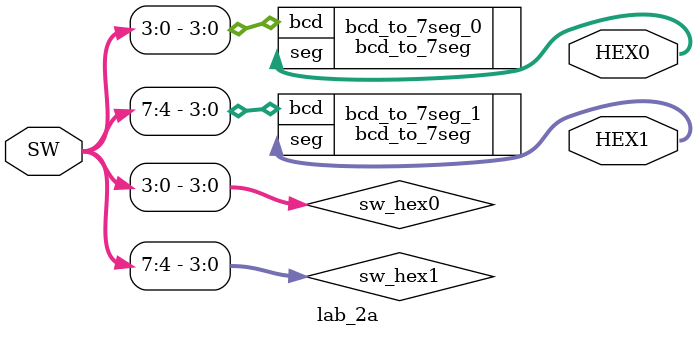
<source format=v>
module lab_2a(input [7:0] SW,
                  output [6:0] HEX0, 
                  output [6:0] HEX1
                  );

    wire [3:0] sw_hex1 = SW[7:4];
    wire [3:0] sw_hex0 = SW[3:0];

    bcd_to_7seg bcd_to_7seg_0 ( .bcd(sw_hex0), .seg(HEX0) );
    bcd_to_7seg bcd_to_7seg_1 ( .bcd(sw_hex1), .seg(HEX1) );

endmodule
</source>
